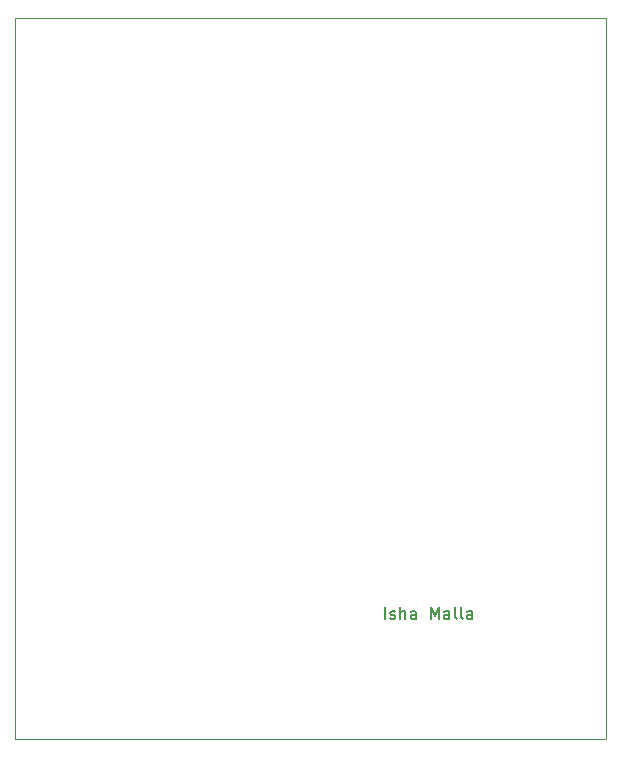
<source format=gbr>
%TF.GenerationSoftware,KiCad,Pcbnew,9.0.3*%
%TF.CreationDate,2025-07-19T14:34:55-07:00*%
%TF.ProjectId,aurorapcbworkshop,6175726f-7261-4706-9362-776f726b7368,rev?*%
%TF.SameCoordinates,Original*%
%TF.FileFunction,Profile,NP*%
%FSLAX46Y46*%
G04 Gerber Fmt 4.6, Leading zero omitted, Abs format (unit mm)*
G04 Created by KiCad (PCBNEW 9.0.3) date 2025-07-19 14:34:55*
%MOMM*%
%LPD*%
G01*
G04 APERTURE LIST*
%ADD10C,0.150000*%
%TA.AperFunction,Profile*%
%ADD11C,0.050000*%
%TD*%
G04 APERTURE END LIST*
D10*
X180836779Y-155369819D02*
X180836779Y-154369819D01*
X181265350Y-155322200D02*
X181360588Y-155369819D01*
X181360588Y-155369819D02*
X181551064Y-155369819D01*
X181551064Y-155369819D02*
X181646302Y-155322200D01*
X181646302Y-155322200D02*
X181693921Y-155226961D01*
X181693921Y-155226961D02*
X181693921Y-155179342D01*
X181693921Y-155179342D02*
X181646302Y-155084104D01*
X181646302Y-155084104D02*
X181551064Y-155036485D01*
X181551064Y-155036485D02*
X181408207Y-155036485D01*
X181408207Y-155036485D02*
X181312969Y-154988866D01*
X181312969Y-154988866D02*
X181265350Y-154893628D01*
X181265350Y-154893628D02*
X181265350Y-154846009D01*
X181265350Y-154846009D02*
X181312969Y-154750771D01*
X181312969Y-154750771D02*
X181408207Y-154703152D01*
X181408207Y-154703152D02*
X181551064Y-154703152D01*
X181551064Y-154703152D02*
X181646302Y-154750771D01*
X182122493Y-155369819D02*
X182122493Y-154369819D01*
X182551064Y-155369819D02*
X182551064Y-154846009D01*
X182551064Y-154846009D02*
X182503445Y-154750771D01*
X182503445Y-154750771D02*
X182408207Y-154703152D01*
X182408207Y-154703152D02*
X182265350Y-154703152D01*
X182265350Y-154703152D02*
X182170112Y-154750771D01*
X182170112Y-154750771D02*
X182122493Y-154798390D01*
X183455826Y-155369819D02*
X183455826Y-154846009D01*
X183455826Y-154846009D02*
X183408207Y-154750771D01*
X183408207Y-154750771D02*
X183312969Y-154703152D01*
X183312969Y-154703152D02*
X183122493Y-154703152D01*
X183122493Y-154703152D02*
X183027255Y-154750771D01*
X183455826Y-155322200D02*
X183360588Y-155369819D01*
X183360588Y-155369819D02*
X183122493Y-155369819D01*
X183122493Y-155369819D02*
X183027255Y-155322200D01*
X183027255Y-155322200D02*
X182979636Y-155226961D01*
X182979636Y-155226961D02*
X182979636Y-155131723D01*
X182979636Y-155131723D02*
X183027255Y-155036485D01*
X183027255Y-155036485D02*
X183122493Y-154988866D01*
X183122493Y-154988866D02*
X183360588Y-154988866D01*
X183360588Y-154988866D02*
X183455826Y-154941247D01*
X184693922Y-155369819D02*
X184693922Y-154369819D01*
X184693922Y-154369819D02*
X185027255Y-155084104D01*
X185027255Y-155084104D02*
X185360588Y-154369819D01*
X185360588Y-154369819D02*
X185360588Y-155369819D01*
X186265350Y-155369819D02*
X186265350Y-154846009D01*
X186265350Y-154846009D02*
X186217731Y-154750771D01*
X186217731Y-154750771D02*
X186122493Y-154703152D01*
X186122493Y-154703152D02*
X185932017Y-154703152D01*
X185932017Y-154703152D02*
X185836779Y-154750771D01*
X186265350Y-155322200D02*
X186170112Y-155369819D01*
X186170112Y-155369819D02*
X185932017Y-155369819D01*
X185932017Y-155369819D02*
X185836779Y-155322200D01*
X185836779Y-155322200D02*
X185789160Y-155226961D01*
X185789160Y-155226961D02*
X185789160Y-155131723D01*
X185789160Y-155131723D02*
X185836779Y-155036485D01*
X185836779Y-155036485D02*
X185932017Y-154988866D01*
X185932017Y-154988866D02*
X186170112Y-154988866D01*
X186170112Y-154988866D02*
X186265350Y-154941247D01*
X186884398Y-155369819D02*
X186789160Y-155322200D01*
X186789160Y-155322200D02*
X186741541Y-155226961D01*
X186741541Y-155226961D02*
X186741541Y-154369819D01*
X187408208Y-155369819D02*
X187312970Y-155322200D01*
X187312970Y-155322200D02*
X187265351Y-155226961D01*
X187265351Y-155226961D02*
X187265351Y-154369819D01*
X188217732Y-155369819D02*
X188217732Y-154846009D01*
X188217732Y-154846009D02*
X188170113Y-154750771D01*
X188170113Y-154750771D02*
X188074875Y-154703152D01*
X188074875Y-154703152D02*
X187884399Y-154703152D01*
X187884399Y-154703152D02*
X187789161Y-154750771D01*
X188217732Y-155322200D02*
X188122494Y-155369819D01*
X188122494Y-155369819D02*
X187884399Y-155369819D01*
X187884399Y-155369819D02*
X187789161Y-155322200D01*
X187789161Y-155322200D02*
X187741542Y-155226961D01*
X187741542Y-155226961D02*
X187741542Y-155131723D01*
X187741542Y-155131723D02*
X187789161Y-155036485D01*
X187789161Y-155036485D02*
X187884399Y-154988866D01*
X187884399Y-154988866D02*
X188122494Y-154988866D01*
X188122494Y-154988866D02*
X188217732Y-154941247D01*
D11*
X149500000Y-104500000D02*
X199500000Y-104500000D01*
X199500000Y-165500000D01*
X149500000Y-165500000D01*
X149500000Y-104500000D01*
M02*

</source>
